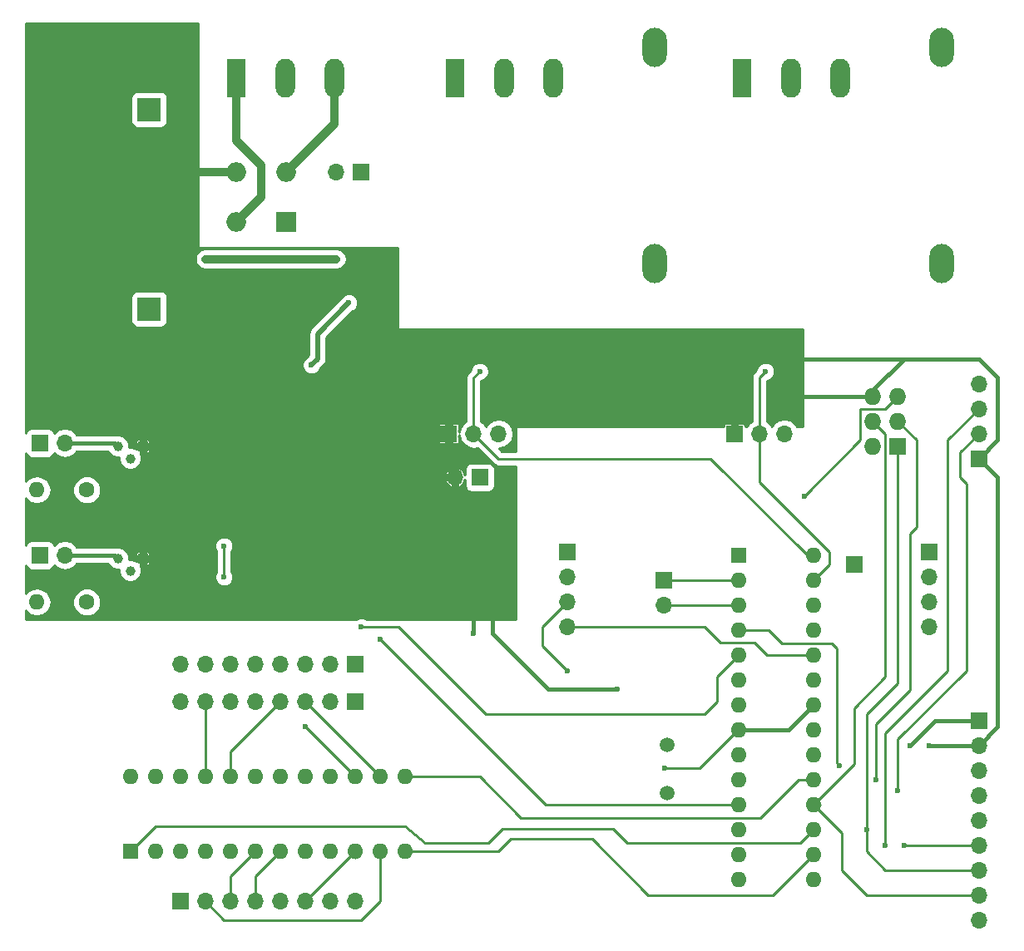
<source format=gbr>
G04 #@! TF.FileFunction,Copper,L2,Bot,Signal*
%FSLAX46Y46*%
G04 Gerber Fmt 4.6, Leading zero omitted, Abs format (unit mm)*
G04 Created by KiCad (PCBNEW 4.0.7) date Fri Feb  9 22:12:21 2018*
%MOMM*%
%LPD*%
G01*
G04 APERTURE LIST*
%ADD10C,0.100000*%
%ADD11C,0.600000*%
%ADD12R,2.400000X2.400000*%
%ADD13C,2.400000*%
%ADD14R,1.600000X1.600000*%
%ADD15O,1.600000X1.600000*%
%ADD16R,1.700000X1.700000*%
%ADD17O,1.700000X1.700000*%
%ADD18O,2.000000X2.000000*%
%ADD19R,2.000000X2.000000*%
%ADD20O,2.500000X4.000000*%
%ADD21R,1.980000X3.960000*%
%ADD22O,1.980000X3.960000*%
%ADD23C,1.000000*%
%ADD24R,1.000000X1.000000*%
%ADD25C,1.500000*%
%ADD26R,1.727200X1.727200*%
%ADD27O,1.727200X1.727200*%
%ADD28C,1.600000*%
%ADD29C,0.381000*%
%ADD30C,0.812800*%
%ADD31C,0.254000*%
%ADD32C,2.765520*%
%ADD33C,0.508000*%
G04 APERTURE END LIST*
D10*
D11*
X149860000Y-89535000D03*
X147320000Y-90805000D03*
X149860000Y-90805000D03*
X148590000Y-90805000D03*
X148590000Y-89535000D03*
X149225000Y-99695000D03*
X149225000Y-101600000D03*
X147320000Y-89535000D03*
X144780000Y-89535000D03*
X149225000Y-106045000D03*
D12*
X135255000Y-67310000D03*
D13*
X127755000Y-67310000D03*
D14*
X195262500Y-112712500D03*
D15*
X202882500Y-145732500D03*
X195262500Y-115252500D03*
X202882500Y-143192500D03*
X195262500Y-117792500D03*
X202882500Y-140652500D03*
X195262500Y-120332500D03*
X202882500Y-138112500D03*
X195262500Y-122872500D03*
X202882500Y-135572500D03*
X195262500Y-125412500D03*
X202882500Y-133032500D03*
X195262500Y-127952500D03*
X202882500Y-130492500D03*
X195262500Y-130492500D03*
X202882500Y-127952500D03*
X195262500Y-133032500D03*
X202882500Y-125412500D03*
X195262500Y-135572500D03*
X202882500Y-122872500D03*
X195262500Y-138112500D03*
X202882500Y-120332500D03*
X195262500Y-140652500D03*
X202882500Y-117792500D03*
X195262500Y-143192500D03*
X202882500Y-115252500D03*
X195262500Y-145732500D03*
X202882500Y-112712500D03*
D16*
X177800000Y-112395000D03*
D17*
X177800000Y-114935000D03*
X177800000Y-117475000D03*
X177800000Y-120015000D03*
D14*
X133350000Y-142875000D03*
D15*
X161290000Y-135255000D03*
X135890000Y-142875000D03*
X158750000Y-135255000D03*
X138430000Y-142875000D03*
X156210000Y-135255000D03*
X140970000Y-142875000D03*
X153670000Y-135255000D03*
X143510000Y-142875000D03*
X151130000Y-135255000D03*
X146050000Y-142875000D03*
X148590000Y-135255000D03*
X148590000Y-142875000D03*
X146050000Y-135255000D03*
X151130000Y-142875000D03*
X143510000Y-135255000D03*
X153670000Y-142875000D03*
X140970000Y-135255000D03*
X156210000Y-142875000D03*
X138430000Y-135255000D03*
X158750000Y-142875000D03*
X135890000Y-135255000D03*
X161290000Y-142875000D03*
X133350000Y-135255000D03*
D12*
X135255000Y-87630000D03*
D13*
X127755000Y-87630000D03*
D18*
X144145000Y-78740000D03*
X149225000Y-73660000D03*
X144145000Y-73660000D03*
D19*
X149225000Y-78740000D03*
D20*
X215900000Y-82960000D03*
X215900000Y-60960000D03*
X186690000Y-82960000D03*
X186690000Y-60960000D03*
D21*
X144145000Y-64135000D03*
D22*
X149145000Y-64135000D03*
X154145000Y-64135000D03*
D16*
X138430000Y-147955000D03*
D17*
X140970000Y-147955000D03*
X143510000Y-147955000D03*
X146050000Y-147955000D03*
X148590000Y-147955000D03*
X151130000Y-147955000D03*
X153670000Y-147955000D03*
X156210000Y-147955000D03*
D16*
X156210000Y-127635000D03*
D17*
X153670000Y-127635000D03*
X151130000Y-127635000D03*
X148590000Y-127635000D03*
X146050000Y-127635000D03*
X143510000Y-127635000D03*
X140970000Y-127635000D03*
X138430000Y-127635000D03*
D16*
X214630000Y-112395000D03*
D17*
X214630000Y-114935000D03*
X214630000Y-117475000D03*
X214630000Y-120015000D03*
D16*
X219710000Y-129540000D03*
D17*
X219710000Y-132080000D03*
X219710000Y-134620000D03*
X219710000Y-137160000D03*
X219710000Y-139700000D03*
X219710000Y-142240000D03*
X219710000Y-144780000D03*
X219710000Y-147320000D03*
X219710000Y-149860000D03*
D16*
X219710000Y-102870000D03*
D17*
X219710000Y-100330000D03*
X219710000Y-97790000D03*
X219710000Y-95250000D03*
D16*
X194818000Y-100330000D03*
D17*
X197358000Y-100330000D03*
X199898000Y-100330000D03*
D16*
X165735000Y-100330000D03*
D17*
X168275000Y-100330000D03*
X170815000Y-100330000D03*
D16*
X168910000Y-104775000D03*
D17*
X166370000Y-104775000D03*
D16*
X156845000Y-73660000D03*
D17*
X154305000Y-73660000D03*
D21*
X195580000Y-64135000D03*
D22*
X200580000Y-64135000D03*
X205580000Y-64135000D03*
D21*
X166370000Y-64135000D03*
D22*
X171370000Y-64135000D03*
X176370000Y-64135000D03*
D16*
X124142500Y-101282500D03*
D17*
X126682500Y-101282500D03*
D16*
X124142500Y-112712500D03*
D17*
X126682500Y-112712500D03*
D23*
X133350000Y-102870000D03*
X132080000Y-101600000D03*
D24*
X134620000Y-101600000D03*
D23*
X133350000Y-114300000D03*
X132080000Y-113030000D03*
D24*
X134620000Y-113030000D03*
D25*
X187960000Y-136906000D03*
X187960000Y-132026000D03*
D16*
X187642500Y-115252500D03*
D17*
X187642500Y-117792500D03*
D16*
X207010000Y-113665000D03*
D26*
X211455000Y-101600000D03*
D27*
X208915000Y-101600000D03*
X211455000Y-99060000D03*
X208915000Y-99060000D03*
X211455000Y-96520000D03*
X208915000Y-96520000D03*
D28*
X128905000Y-106045000D03*
D15*
X123825000Y-106045000D03*
D28*
X128905000Y-117475000D03*
D15*
X123825000Y-117475000D03*
D16*
X156210000Y-123825000D03*
D17*
X153670000Y-123825000D03*
X151130000Y-123825000D03*
X148590000Y-123825000D03*
X146050000Y-123825000D03*
X143510000Y-123825000D03*
X140970000Y-123825000D03*
X138430000Y-123825000D03*
D11*
X144780000Y-90805000D03*
X144780000Y-92075000D03*
X144780000Y-88265000D03*
X212725000Y-132080000D03*
X137795000Y-118110000D03*
X182880000Y-126365000D03*
X193040000Y-96520000D03*
X168275000Y-120650000D03*
X137795000Y-106680000D03*
X214630000Y-132080000D03*
X187706000Y-134366000D03*
X154305000Y-82550000D03*
X140970000Y-82550000D03*
X208280000Y-140652500D03*
X201930000Y-106680000D03*
X209232500Y-135572500D03*
X211455000Y-136715500D03*
X210185000Y-142240000D03*
X151130000Y-130175000D03*
X212090000Y-142240000D03*
X205486000Y-134112000D03*
X177800000Y-124460000D03*
X156845000Y-120015000D03*
X142875000Y-114935000D03*
X142875000Y-111760000D03*
X158750000Y-121285000D03*
X197993000Y-93980000D03*
X168910000Y-93980000D03*
X155575000Y-86995000D03*
X151765000Y-93345000D03*
D29*
X219710000Y-129540000D02*
X215265000Y-129540000D01*
X215265000Y-129540000D02*
X212725000Y-132080000D01*
X170180000Y-118110000D02*
X170180000Y-120650000D01*
X170180000Y-120650000D02*
X175895000Y-126365000D01*
X175895000Y-126365000D02*
X182880000Y-126365000D01*
X195262500Y-130492500D02*
X200342500Y-130492500D01*
X200342500Y-130492500D02*
X202882500Y-127952500D01*
X219710000Y-132080000D02*
X221615000Y-130175000D01*
X221615000Y-130175000D02*
X221615000Y-104775000D01*
X221615000Y-104775000D02*
X219710000Y-102870000D01*
X212090000Y-92710000D02*
X201295000Y-92710000D01*
X208915000Y-96520000D02*
X208915000Y-95885000D01*
X208915000Y-95885000D02*
X212090000Y-92710000D01*
X221615000Y-100965000D02*
X219710000Y-102870000D01*
X221615000Y-94615000D02*
X221615000Y-100965000D01*
X219710000Y-92710000D02*
X221615000Y-94615000D01*
X212090000Y-92710000D02*
X219710000Y-92710000D01*
X208915000Y-96520000D02*
X201295000Y-96520000D01*
X168275000Y-120650000D02*
X168275000Y-118110000D01*
D30*
X144145000Y-73660000D02*
X138430000Y-73660000D01*
D29*
X219710000Y-132080000D02*
X214630000Y-132080000D01*
D31*
X195135500Y-130492500D02*
X195262500Y-130492500D01*
X191262000Y-134366000D02*
X195135500Y-130492500D01*
X187706000Y-134366000D02*
X191262000Y-134366000D01*
D30*
X127755000Y-87630000D02*
X127755000Y-87750000D01*
D32*
X127755000Y-67310000D02*
X127755000Y-87630000D01*
D29*
X219710000Y-102235000D02*
X219710000Y-102870000D01*
X194818000Y-100330000D02*
X194818000Y-100457000D01*
D30*
X140970000Y-82550000D02*
X154305000Y-82550000D01*
D31*
X208280000Y-140652500D02*
X208280000Y-142875000D01*
X208280000Y-142875000D02*
X210185000Y-144780000D01*
X210185000Y-144780000D02*
X219710000Y-144780000D01*
X211455000Y-101600000D02*
X211455000Y-125730000D01*
X208280000Y-128905000D02*
X208280000Y-140652500D01*
X211455000Y-125730000D02*
X208280000Y-128905000D01*
X171196000Y-140589000D02*
X169799000Y-141986000D01*
X182499000Y-140589000D02*
X171196000Y-140589000D01*
X183896000Y-141986000D02*
X182499000Y-140589000D01*
X169799000Y-141986000D02*
X163322000Y-141986000D01*
X183896000Y-141986000D02*
X201549000Y-141986000D01*
X201549000Y-141986000D02*
X202882500Y-140652500D01*
X133350000Y-142875000D02*
X135890000Y-140335000D01*
X161290000Y-140335000D02*
X163322000Y-141986000D01*
X135890000Y-140335000D02*
X161290000Y-140335000D01*
X201930000Y-106680000D02*
X207645000Y-100965000D01*
X207645000Y-100965000D02*
X207645000Y-97790000D01*
X207645000Y-97790000D02*
X210185000Y-97790000D01*
X210185000Y-97790000D02*
X211455000Y-96520000D01*
X173101000Y-139446000D02*
X197485000Y-139446000D01*
X173101000Y-139446000D02*
X168910000Y-135255000D01*
X161290000Y-135255000D02*
X168910000Y-135255000D01*
X201358500Y-135572500D02*
X202882500Y-135572500D01*
X197485000Y-139446000D02*
X201358500Y-135572500D01*
X209232500Y-135572500D02*
X209232500Y-129921000D01*
X213360000Y-100965000D02*
X211455000Y-99060000D01*
X212725000Y-110490000D02*
X212725000Y-126428500D01*
X213360000Y-109855000D02*
X212725000Y-110490000D01*
X213360000Y-100965000D02*
X213360000Y-109855000D01*
X212725000Y-126428500D02*
X209232500Y-129921000D01*
X207010000Y-133985000D02*
X202882500Y-138112500D01*
X202882500Y-138112500D02*
X205740000Y-140970000D01*
X208280000Y-147320000D02*
X205740000Y-144780000D01*
X205740000Y-140970000D02*
X205740000Y-144780000D01*
X219710000Y-147320000D02*
X208280000Y-147320000D01*
X202882500Y-138112500D02*
X203517500Y-138112500D01*
X207010000Y-133985000D02*
X207010000Y-128270000D01*
X210185000Y-100330000D02*
X210185000Y-125095000D01*
X210185000Y-125095000D02*
X207010000Y-128270000D01*
X208915000Y-99060000D02*
X210185000Y-100330000D01*
D30*
X154145000Y-64135000D02*
X154145000Y-68740000D01*
X154145000Y-68740000D02*
X149225000Y-73660000D01*
X144145000Y-64135000D02*
X144145000Y-70485000D01*
X146685000Y-76200000D02*
X144145000Y-78740000D01*
X146685000Y-73025000D02*
X146685000Y-76200000D01*
X144145000Y-70485000D02*
X146685000Y-73025000D01*
D31*
X218440000Y-105410000D02*
X218440000Y-124460000D01*
X211455000Y-136715500D02*
X211455000Y-131445000D01*
X211455000Y-131445000D02*
X218440000Y-124460000D01*
X217805000Y-102235000D02*
X217805000Y-104775000D01*
X217805000Y-102235000D02*
X219710000Y-100330000D01*
X217805000Y-104775000D02*
X218440000Y-105410000D01*
X210185000Y-130810000D02*
X216535000Y-124460000D01*
X210185000Y-130810000D02*
X210185000Y-142240000D01*
X219710000Y-97790000D02*
X216535000Y-100965000D01*
X216535000Y-100965000D02*
X216535000Y-124460000D01*
X140970000Y-147955000D02*
X142875000Y-149860000D01*
X158750000Y-147955000D02*
X158750000Y-142875000D01*
X156845000Y-149860000D02*
X158750000Y-147955000D01*
X142875000Y-149860000D02*
X156845000Y-149860000D01*
X143510000Y-148590000D02*
X143510000Y-145415000D01*
X143510000Y-145415000D02*
X146050000Y-142875000D01*
X146050000Y-148590000D02*
X146050000Y-145415000D01*
X146050000Y-145415000D02*
X148590000Y-142875000D01*
X156210000Y-142875000D02*
X151130000Y-147955000D01*
X156210000Y-142875000D02*
X156210000Y-143510000D01*
X158750000Y-135255000D02*
X151130000Y-127635000D01*
X143510000Y-135255000D02*
X143510000Y-132715000D01*
X143510000Y-132715000D02*
X148590000Y-127635000D01*
X156210000Y-135255000D02*
X151130000Y-130175000D01*
X140970000Y-127635000D02*
X140970000Y-135255000D01*
X212090000Y-142240000D02*
X219710000Y-142240000D01*
X205232000Y-133858000D02*
X205486000Y-134112000D01*
X195262500Y-120332500D02*
X198310500Y-120332500D01*
X199644000Y-121666000D02*
X198310500Y-120332500D01*
X204724000Y-121666000D02*
X199644000Y-121666000D01*
X205232000Y-122174000D02*
X204724000Y-121666000D01*
X205232000Y-133858000D02*
X205232000Y-122174000D01*
X175260000Y-120015000D02*
X177800000Y-117475000D01*
X175260000Y-121920000D02*
X175260000Y-120015000D01*
X177800000Y-124460000D02*
X175260000Y-121920000D01*
X196850000Y-121602500D02*
X193357500Y-121602500D01*
X198120000Y-122872500D02*
X196850000Y-121602500D01*
X202882500Y-122872500D02*
X198120000Y-122872500D01*
X191770000Y-120015000D02*
X193357500Y-121602500D01*
X191770000Y-120015000D02*
X177800000Y-120015000D01*
D29*
X126682500Y-101282500D02*
X131762500Y-101282500D01*
X131762500Y-101282500D02*
X132080000Y-101600000D01*
X126682500Y-112712500D02*
X131762500Y-112712500D01*
X131762500Y-112712500D02*
X132080000Y-113030000D01*
D31*
X195262500Y-122872500D02*
X193040000Y-125095000D01*
X169545000Y-128905000D02*
X160655000Y-120015000D01*
X191770000Y-128905000D02*
X169545000Y-128905000D01*
X193040000Y-127635000D02*
X191770000Y-128905000D01*
X193040000Y-125095000D02*
X193040000Y-127635000D01*
X156845000Y-120015000D02*
X160655000Y-120015000D01*
X142875000Y-111760000D02*
X142875000Y-114935000D01*
X175577500Y-138112500D02*
X195262500Y-138112500D01*
X158750000Y-121285000D02*
X175577500Y-138112500D01*
X186055000Y-147320000D02*
X198755000Y-147320000D01*
X198755000Y-147320000D02*
X202882500Y-143192500D01*
X186055000Y-147320000D02*
X180340000Y-141605000D01*
X172085000Y-141605000D02*
X170815000Y-142875000D01*
X180340000Y-141605000D02*
X172085000Y-141605000D01*
X170815000Y-142875000D02*
X161290000Y-142875000D01*
X202882500Y-115252500D02*
X204470000Y-113665000D01*
X197358000Y-100330000D02*
X197358000Y-105283000D01*
X204470000Y-112395000D02*
X204470000Y-113665000D01*
X197358000Y-105283000D02*
X204470000Y-112395000D01*
X197358000Y-94615000D02*
X197358000Y-100330000D01*
X197993000Y-93980000D02*
X197358000Y-94615000D01*
X192405000Y-102870000D02*
X202247500Y-112712500D01*
X192405000Y-102870000D02*
X170815000Y-102870000D01*
X170815000Y-102870000D02*
X168275000Y-100330000D01*
X202882500Y-112712500D02*
X202247500Y-112712500D01*
X168910000Y-93980000D02*
X168275000Y-94615000D01*
X168275000Y-94615000D02*
X168275000Y-100330000D01*
D33*
X152400000Y-90170000D02*
X155575000Y-86995000D01*
X152400000Y-92710000D02*
X152400000Y-90170000D01*
X151765000Y-93345000D02*
X152400000Y-92710000D01*
D31*
X187642500Y-115252500D02*
X195262500Y-115252500D01*
X195262500Y-117792500D02*
X187642500Y-117792500D01*
G36*
X140208000Y-81280000D02*
X140218006Y-81329410D01*
X140246447Y-81371035D01*
X140288841Y-81398315D01*
X140335000Y-81407000D01*
X160528000Y-81407000D01*
X160528000Y-89535000D01*
X160538006Y-89584410D01*
X160566447Y-89626035D01*
X160608841Y-89653315D01*
X160655000Y-89662000D01*
X201803000Y-89662000D01*
X201803000Y-99568000D01*
X201159964Y-99568000D01*
X200948054Y-99250853D01*
X200466285Y-98928946D01*
X199898000Y-98815907D01*
X199329715Y-98928946D01*
X198847946Y-99250853D01*
X198636036Y-99568000D01*
X198619964Y-99568000D01*
X198408054Y-99250853D01*
X198120000Y-99058382D01*
X198120000Y-94930630D01*
X198135506Y-94915125D01*
X198178167Y-94915162D01*
X198521943Y-94773117D01*
X198785192Y-94510327D01*
X198927838Y-94166799D01*
X198928162Y-93794833D01*
X198786117Y-93451057D01*
X198523327Y-93187808D01*
X198179799Y-93045162D01*
X197807833Y-93044838D01*
X197464057Y-93186883D01*
X197200808Y-93449673D01*
X197058162Y-93793201D01*
X197058124Y-93837246D01*
X196819185Y-94076185D01*
X196654004Y-94323395D01*
X196596000Y-94615000D01*
X196596000Y-99058382D01*
X196307946Y-99250853D01*
X196096036Y-99568000D01*
X195895000Y-99568000D01*
X195895000Y-99434847D01*
X195860441Y-99351415D01*
X195796585Y-99287559D01*
X195713153Y-99253000D01*
X195147750Y-99253000D01*
X195091000Y-99309750D01*
X195091000Y-99568000D01*
X194545000Y-99568000D01*
X194545000Y-99309750D01*
X194488250Y-99253000D01*
X193922847Y-99253000D01*
X193839415Y-99287559D01*
X193775559Y-99351415D01*
X193741000Y-99434847D01*
X193741000Y-99568000D01*
X172720000Y-99568000D01*
X172670590Y-99578006D01*
X172628965Y-99606447D01*
X172601685Y-99648841D01*
X172593000Y-99695000D01*
X172593000Y-102108000D01*
X171130631Y-102108000D01*
X170858142Y-101835511D01*
X171383285Y-101731054D01*
X171865054Y-101409147D01*
X172186961Y-100927378D01*
X172300000Y-100359093D01*
X172300000Y-100300907D01*
X172186961Y-99732622D01*
X171865054Y-99250853D01*
X171383285Y-98928946D01*
X170815000Y-98815907D01*
X170246715Y-98928946D01*
X169764946Y-99250853D01*
X169545000Y-99580026D01*
X169325054Y-99250853D01*
X169037000Y-99058382D01*
X169037000Y-94930630D01*
X169052506Y-94915125D01*
X169095167Y-94915162D01*
X169438943Y-94773117D01*
X169702192Y-94510327D01*
X169844838Y-94166799D01*
X169845162Y-93794833D01*
X169703117Y-93451057D01*
X169440327Y-93187808D01*
X169096799Y-93045162D01*
X168724833Y-93044838D01*
X168381057Y-93186883D01*
X168117808Y-93449673D01*
X167975162Y-93793201D01*
X167975124Y-93837246D01*
X167736185Y-94076185D01*
X167571004Y-94323395D01*
X167513000Y-94615000D01*
X167513000Y-99058382D01*
X167224946Y-99250853D01*
X166903039Y-99732622D01*
X166812000Y-100190306D01*
X166812000Y-100056998D01*
X166755252Y-100056998D01*
X166812000Y-100000250D01*
X166812000Y-99434847D01*
X166777441Y-99351415D01*
X166713585Y-99287559D01*
X166630153Y-99253000D01*
X166064750Y-99253000D01*
X166008000Y-99309750D01*
X166008000Y-100057000D01*
X166028000Y-100057000D01*
X166028000Y-100603000D01*
X166008000Y-100603000D01*
X166008000Y-101350250D01*
X166064750Y-101407000D01*
X166630153Y-101407000D01*
X166713585Y-101372441D01*
X166777441Y-101308585D01*
X166812000Y-101225153D01*
X166812000Y-100659750D01*
X166755252Y-100603002D01*
X166812000Y-100603002D01*
X166812000Y-100469694D01*
X166903039Y-100927378D01*
X167224946Y-101409147D01*
X167706715Y-101731054D01*
X168275000Y-101844093D01*
X168639049Y-101771679D01*
X170276184Y-103408815D01*
X170430740Y-103512086D01*
X170523395Y-103573996D01*
X170815000Y-103632000D01*
X172593000Y-103632000D01*
X172593000Y-119253000D01*
X157405466Y-119253000D01*
X157375327Y-119222808D01*
X157031799Y-119080162D01*
X156659833Y-119079838D01*
X156316057Y-119221883D01*
X156284886Y-119253000D01*
X122682000Y-119253000D01*
X122682000Y-118339755D01*
X122782189Y-118489698D01*
X123247736Y-118800767D01*
X123796887Y-118910000D01*
X123853113Y-118910000D01*
X124402264Y-118800767D01*
X124867811Y-118489698D01*
X125178880Y-118024151D01*
X125231584Y-117759187D01*
X127469752Y-117759187D01*
X127687757Y-118286800D01*
X128091077Y-118690824D01*
X128618309Y-118909750D01*
X129189187Y-118910248D01*
X129716800Y-118692243D01*
X130120824Y-118288923D01*
X130339750Y-117761691D01*
X130340248Y-117190813D01*
X130122243Y-116663200D01*
X129718923Y-116259176D01*
X129191691Y-116040250D01*
X128620813Y-116039752D01*
X128093200Y-116257757D01*
X127689176Y-116661077D01*
X127470250Y-117188309D01*
X127469752Y-117759187D01*
X125231584Y-117759187D01*
X125288113Y-117475000D01*
X125178880Y-116925849D01*
X124867811Y-116460302D01*
X124402264Y-116149233D01*
X123853113Y-116040000D01*
X123796887Y-116040000D01*
X123247736Y-116149233D01*
X122782189Y-116460302D01*
X122682000Y-116610245D01*
X122682000Y-113758819D01*
X122689338Y-113797817D01*
X122828410Y-114013941D01*
X123040610Y-114158931D01*
X123292500Y-114209940D01*
X124992500Y-114209940D01*
X125227817Y-114165662D01*
X125443941Y-114026590D01*
X125588931Y-113814390D01*
X125602586Y-113746959D01*
X125632446Y-113791647D01*
X126114215Y-114113554D01*
X126682500Y-114226593D01*
X127250785Y-114113554D01*
X127732554Y-113791647D01*
X127902035Y-113538000D01*
X131061830Y-113538000D01*
X131117233Y-113672086D01*
X131436235Y-113991645D01*
X131853244Y-114164803D01*
X132215117Y-114165119D01*
X132214803Y-114524775D01*
X132387233Y-114942086D01*
X132706235Y-115261645D01*
X133123244Y-115434803D01*
X133574775Y-115435197D01*
X133992086Y-115262767D01*
X134311645Y-114943765D01*
X134484803Y-114526756D01*
X134485197Y-114075225D01*
X134341879Y-113728371D01*
X134370000Y-113700250D01*
X134370000Y-113280000D01*
X134870000Y-113280000D01*
X134870000Y-113700250D01*
X134926750Y-113757000D01*
X135165153Y-113757000D01*
X135248585Y-113722441D01*
X135312441Y-113658585D01*
X135347000Y-113575153D01*
X135347000Y-113336750D01*
X135290250Y-113280000D01*
X134870000Y-113280000D01*
X134370000Y-113280000D01*
X133949750Y-113280000D01*
X133921431Y-113308319D01*
X133576756Y-113165197D01*
X133214883Y-113164881D01*
X133215197Y-112805225D01*
X133082820Y-112484847D01*
X133893000Y-112484847D01*
X133893000Y-112723250D01*
X133949750Y-112780000D01*
X134370000Y-112780000D01*
X134370000Y-112359750D01*
X134870000Y-112359750D01*
X134870000Y-112780000D01*
X135290250Y-112780000D01*
X135347000Y-112723250D01*
X135347000Y-112484847D01*
X135312441Y-112401415D01*
X135248585Y-112337559D01*
X135165153Y-112303000D01*
X134926750Y-112303000D01*
X134870000Y-112359750D01*
X134370000Y-112359750D01*
X134313250Y-112303000D01*
X134074847Y-112303000D01*
X133991415Y-112337559D01*
X133927559Y-112401415D01*
X133893000Y-112484847D01*
X133082820Y-112484847D01*
X133042767Y-112387914D01*
X132723765Y-112068355D01*
X132427097Y-111945167D01*
X141939838Y-111945167D01*
X142081883Y-112288943D01*
X142113000Y-112320114D01*
X142113000Y-114374534D01*
X142082808Y-114404673D01*
X141940162Y-114748201D01*
X141939838Y-115120167D01*
X142081883Y-115463943D01*
X142344673Y-115727192D01*
X142688201Y-115869838D01*
X143060167Y-115870162D01*
X143403943Y-115728117D01*
X143667192Y-115465327D01*
X143809838Y-115121799D01*
X143810162Y-114749833D01*
X143668117Y-114406057D01*
X143637000Y-114374886D01*
X143637000Y-112320466D01*
X143667192Y-112290327D01*
X143809838Y-111946799D01*
X143810162Y-111574833D01*
X143668117Y-111231057D01*
X143405327Y-110967808D01*
X143061799Y-110825162D01*
X142689833Y-110824838D01*
X142346057Y-110966883D01*
X142082808Y-111229673D01*
X141940162Y-111573201D01*
X141939838Y-111945167D01*
X132427097Y-111945167D01*
X132306756Y-111895197D01*
X131855225Y-111894803D01*
X131837841Y-111901986D01*
X131762500Y-111887000D01*
X127902035Y-111887000D01*
X127732554Y-111633353D01*
X127250785Y-111311446D01*
X126682500Y-111198407D01*
X126114215Y-111311446D01*
X125632446Y-111633353D01*
X125604650Y-111674952D01*
X125595662Y-111627183D01*
X125456590Y-111411059D01*
X125244390Y-111266069D01*
X124992500Y-111215060D01*
X123292500Y-111215060D01*
X123057183Y-111259338D01*
X122841059Y-111398410D01*
X122696069Y-111610610D01*
X122682000Y-111680085D01*
X122682000Y-106909755D01*
X122782189Y-107059698D01*
X123247736Y-107370767D01*
X123796887Y-107480000D01*
X123853113Y-107480000D01*
X124402264Y-107370767D01*
X124867811Y-107059698D01*
X125178880Y-106594151D01*
X125231584Y-106329187D01*
X127469752Y-106329187D01*
X127687757Y-106856800D01*
X128091077Y-107260824D01*
X128618309Y-107479750D01*
X129189187Y-107480248D01*
X129716800Y-107262243D01*
X130120824Y-106858923D01*
X130339750Y-106331691D01*
X130340248Y-105760813D01*
X130122243Y-105233200D01*
X130096709Y-105207621D01*
X165383679Y-105207621D01*
X165624315Y-105552138D01*
X165937384Y-105761292D01*
X166097000Y-105758047D01*
X166097000Y-105048000D01*
X165384895Y-105048000D01*
X165383679Y-105207621D01*
X130096709Y-105207621D01*
X129718923Y-104829176D01*
X129191691Y-104610250D01*
X128620813Y-104609752D01*
X128093200Y-104827757D01*
X127689176Y-105231077D01*
X127470250Y-105758309D01*
X127469752Y-106329187D01*
X125231584Y-106329187D01*
X125288113Y-106045000D01*
X125178880Y-105495849D01*
X124867811Y-105030302D01*
X124402264Y-104719233D01*
X123853113Y-104610000D01*
X123796887Y-104610000D01*
X123247736Y-104719233D01*
X122782189Y-105030302D01*
X122682000Y-105180245D01*
X122682000Y-104342379D01*
X165383679Y-104342379D01*
X165384895Y-104502000D01*
X166097000Y-104502000D01*
X166097000Y-103791953D01*
X166643000Y-103791953D01*
X166643000Y-104502000D01*
X166663000Y-104502000D01*
X166663000Y-105048000D01*
X166643000Y-105048000D01*
X166643000Y-105758047D01*
X166802616Y-105761292D01*
X167115685Y-105552138D01*
X167356321Y-105207621D01*
X167355105Y-105048002D01*
X167412560Y-105048002D01*
X167412560Y-105625000D01*
X167456838Y-105860317D01*
X167595910Y-106076441D01*
X167808110Y-106221431D01*
X168060000Y-106272440D01*
X169760000Y-106272440D01*
X169995317Y-106228162D01*
X170211441Y-106089090D01*
X170356431Y-105876890D01*
X170407440Y-105625000D01*
X170407440Y-103925000D01*
X170363162Y-103689683D01*
X170224090Y-103473559D01*
X170011890Y-103328569D01*
X169760000Y-103277560D01*
X168060000Y-103277560D01*
X167824683Y-103321838D01*
X167608559Y-103460910D01*
X167463569Y-103673110D01*
X167412560Y-103925000D01*
X167412560Y-104501998D01*
X167355105Y-104501998D01*
X167356321Y-104342379D01*
X167115685Y-103997862D01*
X166802616Y-103788708D01*
X166643000Y-103791953D01*
X166097000Y-103791953D01*
X165937384Y-103788708D01*
X165624315Y-103997862D01*
X165383679Y-104342379D01*
X122682000Y-104342379D01*
X122682000Y-102328819D01*
X122689338Y-102367817D01*
X122828410Y-102583941D01*
X123040610Y-102728931D01*
X123292500Y-102779940D01*
X124992500Y-102779940D01*
X125227817Y-102735662D01*
X125443941Y-102596590D01*
X125588931Y-102384390D01*
X125602586Y-102316959D01*
X125632446Y-102361647D01*
X126114215Y-102683554D01*
X126682500Y-102796593D01*
X127250785Y-102683554D01*
X127732554Y-102361647D01*
X127902035Y-102108000D01*
X131061830Y-102108000D01*
X131117233Y-102242086D01*
X131436235Y-102561645D01*
X131853244Y-102734803D01*
X132215117Y-102735119D01*
X132214803Y-103094775D01*
X132387233Y-103512086D01*
X132706235Y-103831645D01*
X133123244Y-104004803D01*
X133574775Y-104005197D01*
X133992086Y-103832767D01*
X134311645Y-103513765D01*
X134484803Y-103096756D01*
X134485197Y-102645225D01*
X134341879Y-102298371D01*
X134370000Y-102270250D01*
X134370000Y-101850000D01*
X134870000Y-101850000D01*
X134870000Y-102270250D01*
X134926750Y-102327000D01*
X135165153Y-102327000D01*
X135248585Y-102292441D01*
X135312441Y-102228585D01*
X135347000Y-102145153D01*
X135347000Y-101906750D01*
X135290250Y-101850000D01*
X134870000Y-101850000D01*
X134370000Y-101850000D01*
X133949750Y-101850000D01*
X133921431Y-101878319D01*
X133576756Y-101735197D01*
X133214883Y-101734881D01*
X133215197Y-101375225D01*
X133082820Y-101054847D01*
X133893000Y-101054847D01*
X133893000Y-101293250D01*
X133949750Y-101350000D01*
X134370000Y-101350000D01*
X134370000Y-100929750D01*
X134870000Y-100929750D01*
X134870000Y-101350000D01*
X135290250Y-101350000D01*
X135347000Y-101293250D01*
X135347000Y-101054847D01*
X135312441Y-100971415D01*
X135248585Y-100907559D01*
X135165153Y-100873000D01*
X134926750Y-100873000D01*
X134870000Y-100929750D01*
X134370000Y-100929750D01*
X134313250Y-100873000D01*
X134074847Y-100873000D01*
X133991415Y-100907559D01*
X133927559Y-100971415D01*
X133893000Y-101054847D01*
X133082820Y-101054847D01*
X133042767Y-100957914D01*
X132745123Y-100659750D01*
X164658000Y-100659750D01*
X164658000Y-101225153D01*
X164692559Y-101308585D01*
X164756415Y-101372441D01*
X164839847Y-101407000D01*
X165405250Y-101407000D01*
X165462000Y-101350250D01*
X165462000Y-100603000D01*
X164714750Y-100603000D01*
X164658000Y-100659750D01*
X132745123Y-100659750D01*
X132723765Y-100638355D01*
X132306756Y-100465197D01*
X131855225Y-100464803D01*
X131837841Y-100471986D01*
X131762500Y-100457000D01*
X127902035Y-100457000D01*
X127732554Y-100203353D01*
X127250785Y-99881446D01*
X126682500Y-99768407D01*
X126114215Y-99881446D01*
X125632446Y-100203353D01*
X125604650Y-100244952D01*
X125595662Y-100197183D01*
X125456590Y-99981059D01*
X125244390Y-99836069D01*
X124992500Y-99785060D01*
X123292500Y-99785060D01*
X123057183Y-99829338D01*
X122841059Y-99968410D01*
X122696069Y-100180610D01*
X122682000Y-100250085D01*
X122682000Y-99434847D01*
X164658000Y-99434847D01*
X164658000Y-100000250D01*
X164714750Y-100057000D01*
X165462000Y-100057000D01*
X165462000Y-99309750D01*
X165405250Y-99253000D01*
X164839847Y-99253000D01*
X164756415Y-99287559D01*
X164692559Y-99351415D01*
X164658000Y-99434847D01*
X122682000Y-99434847D01*
X122682000Y-93530167D01*
X150829838Y-93530167D01*
X150971883Y-93873943D01*
X151234673Y-94137192D01*
X151578201Y-94279838D01*
X151950167Y-94280162D01*
X152293943Y-94138117D01*
X152557192Y-93875327D01*
X152603549Y-93763687D01*
X153028618Y-93338618D01*
X153221330Y-93050205D01*
X153289000Y-92710000D01*
X153289000Y-90538236D01*
X155993474Y-87833762D01*
X156103943Y-87788117D01*
X156367192Y-87525327D01*
X156509838Y-87181799D01*
X156510162Y-86809833D01*
X156368117Y-86466057D01*
X156105327Y-86202808D01*
X155761799Y-86060162D01*
X155389833Y-86059838D01*
X155046057Y-86201883D01*
X154782808Y-86464673D01*
X154736451Y-86576313D01*
X151771382Y-89541382D01*
X151578671Y-89829794D01*
X151511000Y-90170000D01*
X151511000Y-92341764D01*
X151346526Y-92506238D01*
X151236057Y-92551883D01*
X150972808Y-92814673D01*
X150830162Y-93158201D01*
X150829838Y-93530167D01*
X122682000Y-93530167D01*
X122682000Y-88792693D01*
X126978387Y-88792693D01*
X127135849Y-88946644D01*
X127686837Y-89083360D01*
X128248202Y-88998814D01*
X128374151Y-88946644D01*
X128531613Y-88792693D01*
X127755000Y-88016080D01*
X126978387Y-88792693D01*
X122682000Y-88792693D01*
X122682000Y-87561837D01*
X126301640Y-87561837D01*
X126386186Y-88123202D01*
X126438356Y-88249151D01*
X126592307Y-88406613D01*
X127368920Y-87630000D01*
X128141080Y-87630000D01*
X128917693Y-88406613D01*
X129071644Y-88249151D01*
X129208360Y-87698163D01*
X129123814Y-87136798D01*
X129071644Y-87010849D01*
X128917693Y-86853387D01*
X128141080Y-87630000D01*
X127368920Y-87630000D01*
X126592307Y-86853387D01*
X126438356Y-87010849D01*
X126301640Y-87561837D01*
X122682000Y-87561837D01*
X122682000Y-86467307D01*
X126978387Y-86467307D01*
X127755000Y-87243920D01*
X128531613Y-86467307D01*
X128493456Y-86430000D01*
X133407560Y-86430000D01*
X133407560Y-88830000D01*
X133451838Y-89065317D01*
X133590910Y-89281441D01*
X133803110Y-89426431D01*
X134055000Y-89477440D01*
X136455000Y-89477440D01*
X136690317Y-89433162D01*
X136906441Y-89294090D01*
X137051431Y-89081890D01*
X137102440Y-88830000D01*
X137102440Y-86430000D01*
X137058162Y-86194683D01*
X136919090Y-85978559D01*
X136706890Y-85833569D01*
X136455000Y-85782560D01*
X134055000Y-85782560D01*
X133819683Y-85826838D01*
X133603559Y-85965910D01*
X133458569Y-86178110D01*
X133407560Y-86430000D01*
X128493456Y-86430000D01*
X128374151Y-86313356D01*
X127823163Y-86176640D01*
X127261798Y-86261186D01*
X127135849Y-86313356D01*
X126978387Y-86467307D01*
X122682000Y-86467307D01*
X122682000Y-82550000D01*
X139928600Y-82550000D01*
X140007872Y-82948527D01*
X140233619Y-83286381D01*
X140571473Y-83512128D01*
X140970000Y-83591400D01*
X154305000Y-83591400D01*
X154703527Y-83512128D01*
X155041381Y-83286381D01*
X155267128Y-82948527D01*
X155346400Y-82550000D01*
X155267128Y-82151473D01*
X155041381Y-81813619D01*
X154703527Y-81587872D01*
X154305000Y-81508600D01*
X140970000Y-81508600D01*
X140571473Y-81587872D01*
X140233619Y-81813619D01*
X140007872Y-82151473D01*
X139928600Y-82550000D01*
X122682000Y-82550000D01*
X122682000Y-68472693D01*
X126978387Y-68472693D01*
X127135849Y-68626644D01*
X127686837Y-68763360D01*
X128248202Y-68678814D01*
X128374151Y-68626644D01*
X128531613Y-68472693D01*
X127755000Y-67696080D01*
X126978387Y-68472693D01*
X122682000Y-68472693D01*
X122682000Y-67241837D01*
X126301640Y-67241837D01*
X126386186Y-67803202D01*
X126438356Y-67929151D01*
X126592307Y-68086613D01*
X127368920Y-67310000D01*
X128141080Y-67310000D01*
X128917693Y-68086613D01*
X129071644Y-67929151D01*
X129208360Y-67378163D01*
X129123814Y-66816798D01*
X129071644Y-66690849D01*
X128917693Y-66533387D01*
X128141080Y-67310000D01*
X127368920Y-67310000D01*
X126592307Y-66533387D01*
X126438356Y-66690849D01*
X126301640Y-67241837D01*
X122682000Y-67241837D01*
X122682000Y-66147307D01*
X126978387Y-66147307D01*
X127755000Y-66923920D01*
X128531613Y-66147307D01*
X128493456Y-66110000D01*
X133407560Y-66110000D01*
X133407560Y-68510000D01*
X133451838Y-68745317D01*
X133590910Y-68961441D01*
X133803110Y-69106431D01*
X134055000Y-69157440D01*
X136455000Y-69157440D01*
X136690317Y-69113162D01*
X136906441Y-68974090D01*
X137051431Y-68761890D01*
X137102440Y-68510000D01*
X137102440Y-66110000D01*
X137058162Y-65874683D01*
X136919090Y-65658559D01*
X136706890Y-65513569D01*
X136455000Y-65462560D01*
X134055000Y-65462560D01*
X133819683Y-65506838D01*
X133603559Y-65645910D01*
X133458569Y-65858110D01*
X133407560Y-66110000D01*
X128493456Y-66110000D01*
X128374151Y-65993356D01*
X127823163Y-65856640D01*
X127261798Y-65941186D01*
X127135849Y-65993356D01*
X126978387Y-66147307D01*
X122682000Y-66147307D01*
X122682000Y-58547000D01*
X140208000Y-58547000D01*
X140208000Y-81280000D01*
X140208000Y-81280000D01*
G37*
X140208000Y-81280000D02*
X140218006Y-81329410D01*
X140246447Y-81371035D01*
X140288841Y-81398315D01*
X140335000Y-81407000D01*
X160528000Y-81407000D01*
X160528000Y-89535000D01*
X160538006Y-89584410D01*
X160566447Y-89626035D01*
X160608841Y-89653315D01*
X160655000Y-89662000D01*
X201803000Y-89662000D01*
X201803000Y-99568000D01*
X201159964Y-99568000D01*
X200948054Y-99250853D01*
X200466285Y-98928946D01*
X199898000Y-98815907D01*
X199329715Y-98928946D01*
X198847946Y-99250853D01*
X198636036Y-99568000D01*
X198619964Y-99568000D01*
X198408054Y-99250853D01*
X198120000Y-99058382D01*
X198120000Y-94930630D01*
X198135506Y-94915125D01*
X198178167Y-94915162D01*
X198521943Y-94773117D01*
X198785192Y-94510327D01*
X198927838Y-94166799D01*
X198928162Y-93794833D01*
X198786117Y-93451057D01*
X198523327Y-93187808D01*
X198179799Y-93045162D01*
X197807833Y-93044838D01*
X197464057Y-93186883D01*
X197200808Y-93449673D01*
X197058162Y-93793201D01*
X197058124Y-93837246D01*
X196819185Y-94076185D01*
X196654004Y-94323395D01*
X196596000Y-94615000D01*
X196596000Y-99058382D01*
X196307946Y-99250853D01*
X196096036Y-99568000D01*
X195895000Y-99568000D01*
X195895000Y-99434847D01*
X195860441Y-99351415D01*
X195796585Y-99287559D01*
X195713153Y-99253000D01*
X195147750Y-99253000D01*
X195091000Y-99309750D01*
X195091000Y-99568000D01*
X194545000Y-99568000D01*
X194545000Y-99309750D01*
X194488250Y-99253000D01*
X193922847Y-99253000D01*
X193839415Y-99287559D01*
X193775559Y-99351415D01*
X193741000Y-99434847D01*
X193741000Y-99568000D01*
X172720000Y-99568000D01*
X172670590Y-99578006D01*
X172628965Y-99606447D01*
X172601685Y-99648841D01*
X172593000Y-99695000D01*
X172593000Y-102108000D01*
X171130631Y-102108000D01*
X170858142Y-101835511D01*
X171383285Y-101731054D01*
X171865054Y-101409147D01*
X172186961Y-100927378D01*
X172300000Y-100359093D01*
X172300000Y-100300907D01*
X172186961Y-99732622D01*
X171865054Y-99250853D01*
X171383285Y-98928946D01*
X170815000Y-98815907D01*
X170246715Y-98928946D01*
X169764946Y-99250853D01*
X169545000Y-99580026D01*
X169325054Y-99250853D01*
X169037000Y-99058382D01*
X169037000Y-94930630D01*
X169052506Y-94915125D01*
X169095167Y-94915162D01*
X169438943Y-94773117D01*
X169702192Y-94510327D01*
X169844838Y-94166799D01*
X169845162Y-93794833D01*
X169703117Y-93451057D01*
X169440327Y-93187808D01*
X169096799Y-93045162D01*
X168724833Y-93044838D01*
X168381057Y-93186883D01*
X168117808Y-93449673D01*
X167975162Y-93793201D01*
X167975124Y-93837246D01*
X167736185Y-94076185D01*
X167571004Y-94323395D01*
X167513000Y-94615000D01*
X167513000Y-99058382D01*
X167224946Y-99250853D01*
X166903039Y-99732622D01*
X166812000Y-100190306D01*
X166812000Y-100056998D01*
X166755252Y-100056998D01*
X166812000Y-100000250D01*
X166812000Y-99434847D01*
X166777441Y-99351415D01*
X166713585Y-99287559D01*
X166630153Y-99253000D01*
X166064750Y-99253000D01*
X166008000Y-99309750D01*
X166008000Y-100057000D01*
X166028000Y-100057000D01*
X166028000Y-100603000D01*
X166008000Y-100603000D01*
X166008000Y-101350250D01*
X166064750Y-101407000D01*
X166630153Y-101407000D01*
X166713585Y-101372441D01*
X166777441Y-101308585D01*
X166812000Y-101225153D01*
X166812000Y-100659750D01*
X166755252Y-100603002D01*
X166812000Y-100603002D01*
X166812000Y-100469694D01*
X166903039Y-100927378D01*
X167224946Y-101409147D01*
X167706715Y-101731054D01*
X168275000Y-101844093D01*
X168639049Y-101771679D01*
X170276184Y-103408815D01*
X170430740Y-103512086D01*
X170523395Y-103573996D01*
X170815000Y-103632000D01*
X172593000Y-103632000D01*
X172593000Y-119253000D01*
X157405466Y-119253000D01*
X157375327Y-119222808D01*
X157031799Y-119080162D01*
X156659833Y-119079838D01*
X156316057Y-119221883D01*
X156284886Y-119253000D01*
X122682000Y-119253000D01*
X122682000Y-118339755D01*
X122782189Y-118489698D01*
X123247736Y-118800767D01*
X123796887Y-118910000D01*
X123853113Y-118910000D01*
X124402264Y-118800767D01*
X124867811Y-118489698D01*
X125178880Y-118024151D01*
X125231584Y-117759187D01*
X127469752Y-117759187D01*
X127687757Y-118286800D01*
X128091077Y-118690824D01*
X128618309Y-118909750D01*
X129189187Y-118910248D01*
X129716800Y-118692243D01*
X130120824Y-118288923D01*
X130339750Y-117761691D01*
X130340248Y-117190813D01*
X130122243Y-116663200D01*
X129718923Y-116259176D01*
X129191691Y-116040250D01*
X128620813Y-116039752D01*
X128093200Y-116257757D01*
X127689176Y-116661077D01*
X127470250Y-117188309D01*
X127469752Y-117759187D01*
X125231584Y-117759187D01*
X125288113Y-117475000D01*
X125178880Y-116925849D01*
X124867811Y-116460302D01*
X124402264Y-116149233D01*
X123853113Y-116040000D01*
X123796887Y-116040000D01*
X123247736Y-116149233D01*
X122782189Y-116460302D01*
X122682000Y-116610245D01*
X122682000Y-113758819D01*
X122689338Y-113797817D01*
X122828410Y-114013941D01*
X123040610Y-114158931D01*
X123292500Y-114209940D01*
X124992500Y-114209940D01*
X125227817Y-114165662D01*
X125443941Y-114026590D01*
X125588931Y-113814390D01*
X125602586Y-113746959D01*
X125632446Y-113791647D01*
X126114215Y-114113554D01*
X126682500Y-114226593D01*
X127250785Y-114113554D01*
X127732554Y-113791647D01*
X127902035Y-113538000D01*
X131061830Y-113538000D01*
X131117233Y-113672086D01*
X131436235Y-113991645D01*
X131853244Y-114164803D01*
X132215117Y-114165119D01*
X132214803Y-114524775D01*
X132387233Y-114942086D01*
X132706235Y-115261645D01*
X133123244Y-115434803D01*
X133574775Y-115435197D01*
X133992086Y-115262767D01*
X134311645Y-114943765D01*
X134484803Y-114526756D01*
X134485197Y-114075225D01*
X134341879Y-113728371D01*
X134370000Y-113700250D01*
X134370000Y-113280000D01*
X134870000Y-113280000D01*
X134870000Y-113700250D01*
X134926750Y-113757000D01*
X135165153Y-113757000D01*
X135248585Y-113722441D01*
X135312441Y-113658585D01*
X135347000Y-113575153D01*
X135347000Y-113336750D01*
X135290250Y-113280000D01*
X134870000Y-113280000D01*
X134370000Y-113280000D01*
X133949750Y-113280000D01*
X133921431Y-113308319D01*
X133576756Y-113165197D01*
X133214883Y-113164881D01*
X133215197Y-112805225D01*
X133082820Y-112484847D01*
X133893000Y-112484847D01*
X133893000Y-112723250D01*
X133949750Y-112780000D01*
X134370000Y-112780000D01*
X134370000Y-112359750D01*
X134870000Y-112359750D01*
X134870000Y-112780000D01*
X135290250Y-112780000D01*
X135347000Y-112723250D01*
X135347000Y-112484847D01*
X135312441Y-112401415D01*
X135248585Y-112337559D01*
X135165153Y-112303000D01*
X134926750Y-112303000D01*
X134870000Y-112359750D01*
X134370000Y-112359750D01*
X134313250Y-112303000D01*
X134074847Y-112303000D01*
X133991415Y-112337559D01*
X133927559Y-112401415D01*
X133893000Y-112484847D01*
X133082820Y-112484847D01*
X133042767Y-112387914D01*
X132723765Y-112068355D01*
X132427097Y-111945167D01*
X141939838Y-111945167D01*
X142081883Y-112288943D01*
X142113000Y-112320114D01*
X142113000Y-114374534D01*
X142082808Y-114404673D01*
X141940162Y-114748201D01*
X141939838Y-115120167D01*
X142081883Y-115463943D01*
X142344673Y-115727192D01*
X142688201Y-115869838D01*
X143060167Y-115870162D01*
X143403943Y-115728117D01*
X143667192Y-115465327D01*
X143809838Y-115121799D01*
X143810162Y-114749833D01*
X143668117Y-114406057D01*
X143637000Y-114374886D01*
X143637000Y-112320466D01*
X143667192Y-112290327D01*
X143809838Y-111946799D01*
X143810162Y-111574833D01*
X143668117Y-111231057D01*
X143405327Y-110967808D01*
X143061799Y-110825162D01*
X142689833Y-110824838D01*
X142346057Y-110966883D01*
X142082808Y-111229673D01*
X141940162Y-111573201D01*
X141939838Y-111945167D01*
X132427097Y-111945167D01*
X132306756Y-111895197D01*
X131855225Y-111894803D01*
X131837841Y-111901986D01*
X131762500Y-111887000D01*
X127902035Y-111887000D01*
X127732554Y-111633353D01*
X127250785Y-111311446D01*
X126682500Y-111198407D01*
X126114215Y-111311446D01*
X125632446Y-111633353D01*
X125604650Y-111674952D01*
X125595662Y-111627183D01*
X125456590Y-111411059D01*
X125244390Y-111266069D01*
X124992500Y-111215060D01*
X123292500Y-111215060D01*
X123057183Y-111259338D01*
X122841059Y-111398410D01*
X122696069Y-111610610D01*
X122682000Y-111680085D01*
X122682000Y-106909755D01*
X122782189Y-107059698D01*
X123247736Y-107370767D01*
X123796887Y-107480000D01*
X123853113Y-107480000D01*
X124402264Y-107370767D01*
X124867811Y-107059698D01*
X125178880Y-106594151D01*
X125231584Y-106329187D01*
X127469752Y-106329187D01*
X127687757Y-106856800D01*
X128091077Y-107260824D01*
X128618309Y-107479750D01*
X129189187Y-107480248D01*
X129716800Y-107262243D01*
X130120824Y-106858923D01*
X130339750Y-106331691D01*
X130340248Y-105760813D01*
X130122243Y-105233200D01*
X130096709Y-105207621D01*
X165383679Y-105207621D01*
X165624315Y-105552138D01*
X165937384Y-105761292D01*
X166097000Y-105758047D01*
X166097000Y-105048000D01*
X165384895Y-105048000D01*
X165383679Y-105207621D01*
X130096709Y-105207621D01*
X129718923Y-104829176D01*
X129191691Y-104610250D01*
X128620813Y-104609752D01*
X128093200Y-104827757D01*
X127689176Y-105231077D01*
X127470250Y-105758309D01*
X127469752Y-106329187D01*
X125231584Y-106329187D01*
X125288113Y-106045000D01*
X125178880Y-105495849D01*
X124867811Y-105030302D01*
X124402264Y-104719233D01*
X123853113Y-104610000D01*
X123796887Y-104610000D01*
X123247736Y-104719233D01*
X122782189Y-105030302D01*
X122682000Y-105180245D01*
X122682000Y-104342379D01*
X165383679Y-104342379D01*
X165384895Y-104502000D01*
X166097000Y-104502000D01*
X166097000Y-103791953D01*
X166643000Y-103791953D01*
X166643000Y-104502000D01*
X166663000Y-104502000D01*
X166663000Y-105048000D01*
X166643000Y-105048000D01*
X166643000Y-105758047D01*
X166802616Y-105761292D01*
X167115685Y-105552138D01*
X167356321Y-105207621D01*
X167355105Y-105048002D01*
X167412560Y-105048002D01*
X167412560Y-105625000D01*
X167456838Y-105860317D01*
X167595910Y-106076441D01*
X167808110Y-106221431D01*
X168060000Y-106272440D01*
X169760000Y-106272440D01*
X169995317Y-106228162D01*
X170211441Y-106089090D01*
X170356431Y-105876890D01*
X170407440Y-105625000D01*
X170407440Y-103925000D01*
X170363162Y-103689683D01*
X170224090Y-103473559D01*
X170011890Y-103328569D01*
X169760000Y-103277560D01*
X168060000Y-103277560D01*
X167824683Y-103321838D01*
X167608559Y-103460910D01*
X167463569Y-103673110D01*
X167412560Y-103925000D01*
X167412560Y-104501998D01*
X167355105Y-104501998D01*
X167356321Y-104342379D01*
X167115685Y-103997862D01*
X166802616Y-103788708D01*
X166643000Y-103791953D01*
X166097000Y-103791953D01*
X165937384Y-103788708D01*
X165624315Y-103997862D01*
X165383679Y-104342379D01*
X122682000Y-104342379D01*
X122682000Y-102328819D01*
X122689338Y-102367817D01*
X122828410Y-102583941D01*
X123040610Y-102728931D01*
X123292500Y-102779940D01*
X124992500Y-102779940D01*
X125227817Y-102735662D01*
X125443941Y-102596590D01*
X125588931Y-102384390D01*
X125602586Y-102316959D01*
X125632446Y-102361647D01*
X126114215Y-102683554D01*
X126682500Y-102796593D01*
X127250785Y-102683554D01*
X127732554Y-102361647D01*
X127902035Y-102108000D01*
X131061830Y-102108000D01*
X131117233Y-102242086D01*
X131436235Y-102561645D01*
X131853244Y-102734803D01*
X132215117Y-102735119D01*
X132214803Y-103094775D01*
X132387233Y-103512086D01*
X132706235Y-103831645D01*
X133123244Y-104004803D01*
X133574775Y-104005197D01*
X133992086Y-103832767D01*
X134311645Y-103513765D01*
X134484803Y-103096756D01*
X134485197Y-102645225D01*
X134341879Y-102298371D01*
X134370000Y-102270250D01*
X134370000Y-101850000D01*
X134870000Y-101850000D01*
X134870000Y-102270250D01*
X134926750Y-102327000D01*
X135165153Y-102327000D01*
X135248585Y-102292441D01*
X135312441Y-102228585D01*
X135347000Y-102145153D01*
X135347000Y-101906750D01*
X135290250Y-101850000D01*
X134870000Y-101850000D01*
X134370000Y-101850000D01*
X133949750Y-101850000D01*
X133921431Y-101878319D01*
X133576756Y-101735197D01*
X133214883Y-101734881D01*
X133215197Y-101375225D01*
X133082820Y-101054847D01*
X133893000Y-101054847D01*
X133893000Y-101293250D01*
X133949750Y-101350000D01*
X134370000Y-101350000D01*
X134370000Y-100929750D01*
X134870000Y-100929750D01*
X134870000Y-101350000D01*
X135290250Y-101350000D01*
X135347000Y-101293250D01*
X135347000Y-101054847D01*
X135312441Y-100971415D01*
X135248585Y-100907559D01*
X135165153Y-100873000D01*
X134926750Y-100873000D01*
X134870000Y-100929750D01*
X134370000Y-100929750D01*
X134313250Y-100873000D01*
X134074847Y-100873000D01*
X133991415Y-100907559D01*
X133927559Y-100971415D01*
X133893000Y-101054847D01*
X133082820Y-101054847D01*
X133042767Y-100957914D01*
X132745123Y-100659750D01*
X164658000Y-100659750D01*
X164658000Y-101225153D01*
X164692559Y-101308585D01*
X164756415Y-101372441D01*
X164839847Y-101407000D01*
X165405250Y-101407000D01*
X165462000Y-101350250D01*
X165462000Y-100603000D01*
X164714750Y-100603000D01*
X164658000Y-100659750D01*
X132745123Y-100659750D01*
X132723765Y-100638355D01*
X132306756Y-100465197D01*
X131855225Y-100464803D01*
X131837841Y-100471986D01*
X131762500Y-100457000D01*
X127902035Y-100457000D01*
X127732554Y-100203353D01*
X127250785Y-99881446D01*
X126682500Y-99768407D01*
X126114215Y-99881446D01*
X125632446Y-100203353D01*
X125604650Y-100244952D01*
X125595662Y-100197183D01*
X125456590Y-99981059D01*
X125244390Y-99836069D01*
X124992500Y-99785060D01*
X123292500Y-99785060D01*
X123057183Y-99829338D01*
X122841059Y-99968410D01*
X122696069Y-100180610D01*
X122682000Y-100250085D01*
X122682000Y-99434847D01*
X164658000Y-99434847D01*
X164658000Y-100000250D01*
X164714750Y-100057000D01*
X165462000Y-100057000D01*
X165462000Y-99309750D01*
X165405250Y-99253000D01*
X164839847Y-99253000D01*
X164756415Y-99287559D01*
X164692559Y-99351415D01*
X164658000Y-99434847D01*
X122682000Y-99434847D01*
X122682000Y-93530167D01*
X150829838Y-93530167D01*
X150971883Y-93873943D01*
X151234673Y-94137192D01*
X151578201Y-94279838D01*
X151950167Y-94280162D01*
X152293943Y-94138117D01*
X152557192Y-93875327D01*
X152603549Y-93763687D01*
X153028618Y-93338618D01*
X153221330Y-93050205D01*
X153289000Y-92710000D01*
X153289000Y-90538236D01*
X155993474Y-87833762D01*
X156103943Y-87788117D01*
X156367192Y-87525327D01*
X156509838Y-87181799D01*
X156510162Y-86809833D01*
X156368117Y-86466057D01*
X156105327Y-86202808D01*
X155761799Y-86060162D01*
X155389833Y-86059838D01*
X155046057Y-86201883D01*
X154782808Y-86464673D01*
X154736451Y-86576313D01*
X151771382Y-89541382D01*
X151578671Y-89829794D01*
X151511000Y-90170000D01*
X151511000Y-92341764D01*
X151346526Y-92506238D01*
X151236057Y-92551883D01*
X150972808Y-92814673D01*
X150830162Y-93158201D01*
X150829838Y-93530167D01*
X122682000Y-93530167D01*
X122682000Y-88792693D01*
X126978387Y-88792693D01*
X127135849Y-88946644D01*
X127686837Y-89083360D01*
X128248202Y-88998814D01*
X128374151Y-88946644D01*
X128531613Y-88792693D01*
X127755000Y-88016080D01*
X126978387Y-88792693D01*
X122682000Y-88792693D01*
X122682000Y-87561837D01*
X126301640Y-87561837D01*
X126386186Y-88123202D01*
X126438356Y-88249151D01*
X126592307Y-88406613D01*
X127368920Y-87630000D01*
X128141080Y-87630000D01*
X128917693Y-88406613D01*
X129071644Y-88249151D01*
X129208360Y-87698163D01*
X129123814Y-87136798D01*
X129071644Y-87010849D01*
X128917693Y-86853387D01*
X128141080Y-87630000D01*
X127368920Y-87630000D01*
X126592307Y-86853387D01*
X126438356Y-87010849D01*
X126301640Y-87561837D01*
X122682000Y-87561837D01*
X122682000Y-86467307D01*
X126978387Y-86467307D01*
X127755000Y-87243920D01*
X128531613Y-86467307D01*
X128493456Y-86430000D01*
X133407560Y-86430000D01*
X133407560Y-88830000D01*
X133451838Y-89065317D01*
X133590910Y-89281441D01*
X133803110Y-89426431D01*
X134055000Y-89477440D01*
X136455000Y-89477440D01*
X136690317Y-89433162D01*
X136906441Y-89294090D01*
X137051431Y-89081890D01*
X137102440Y-88830000D01*
X137102440Y-86430000D01*
X137058162Y-86194683D01*
X136919090Y-85978559D01*
X136706890Y-85833569D01*
X136455000Y-85782560D01*
X134055000Y-85782560D01*
X133819683Y-85826838D01*
X133603559Y-85965910D01*
X133458569Y-86178110D01*
X133407560Y-86430000D01*
X128493456Y-86430000D01*
X128374151Y-86313356D01*
X127823163Y-86176640D01*
X127261798Y-86261186D01*
X127135849Y-86313356D01*
X126978387Y-86467307D01*
X122682000Y-86467307D01*
X122682000Y-82550000D01*
X139928600Y-82550000D01*
X140007872Y-82948527D01*
X140233619Y-83286381D01*
X140571473Y-83512128D01*
X140970000Y-83591400D01*
X154305000Y-83591400D01*
X154703527Y-83512128D01*
X155041381Y-83286381D01*
X155267128Y-82948527D01*
X155346400Y-82550000D01*
X155267128Y-82151473D01*
X155041381Y-81813619D01*
X154703527Y-81587872D01*
X154305000Y-81508600D01*
X140970000Y-81508600D01*
X140571473Y-81587872D01*
X140233619Y-81813619D01*
X140007872Y-82151473D01*
X139928600Y-82550000D01*
X122682000Y-82550000D01*
X122682000Y-68472693D01*
X126978387Y-68472693D01*
X127135849Y-68626644D01*
X127686837Y-68763360D01*
X128248202Y-68678814D01*
X128374151Y-68626644D01*
X128531613Y-68472693D01*
X127755000Y-67696080D01*
X126978387Y-68472693D01*
X122682000Y-68472693D01*
X122682000Y-67241837D01*
X126301640Y-67241837D01*
X126386186Y-67803202D01*
X126438356Y-67929151D01*
X126592307Y-68086613D01*
X127368920Y-67310000D01*
X128141080Y-67310000D01*
X128917693Y-68086613D01*
X129071644Y-67929151D01*
X129208360Y-67378163D01*
X129123814Y-66816798D01*
X129071644Y-66690849D01*
X128917693Y-66533387D01*
X128141080Y-67310000D01*
X127368920Y-67310000D01*
X126592307Y-66533387D01*
X126438356Y-66690849D01*
X126301640Y-67241837D01*
X122682000Y-67241837D01*
X122682000Y-66147307D01*
X126978387Y-66147307D01*
X127755000Y-66923920D01*
X128531613Y-66147307D01*
X128493456Y-66110000D01*
X133407560Y-66110000D01*
X133407560Y-68510000D01*
X133451838Y-68745317D01*
X133590910Y-68961441D01*
X133803110Y-69106431D01*
X134055000Y-69157440D01*
X136455000Y-69157440D01*
X136690317Y-69113162D01*
X136906441Y-68974090D01*
X137051431Y-68761890D01*
X137102440Y-68510000D01*
X137102440Y-66110000D01*
X137058162Y-65874683D01*
X136919090Y-65658559D01*
X136706890Y-65513569D01*
X136455000Y-65462560D01*
X134055000Y-65462560D01*
X133819683Y-65506838D01*
X133603559Y-65645910D01*
X133458569Y-65858110D01*
X133407560Y-66110000D01*
X128493456Y-66110000D01*
X128374151Y-65993356D01*
X127823163Y-65856640D01*
X127261798Y-65941186D01*
X127135849Y-65993356D01*
X126978387Y-66147307D01*
X122682000Y-66147307D01*
X122682000Y-58547000D01*
X140208000Y-58547000D01*
X140208000Y-81280000D01*
M02*

</source>
